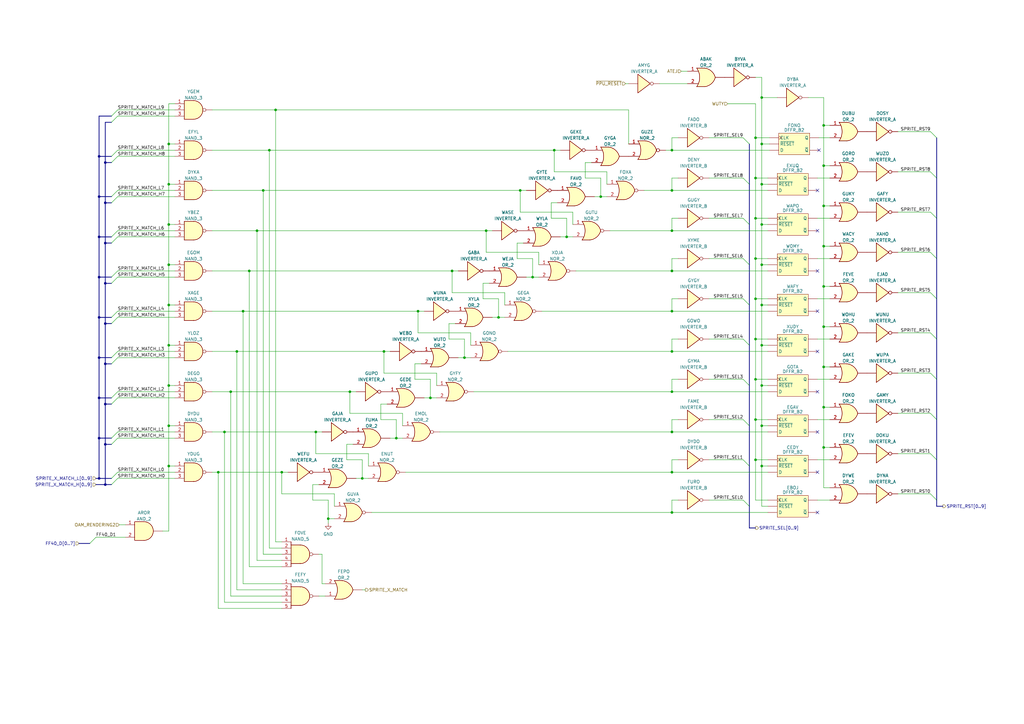
<source format=kicad_sch>
(kicad_sch (version 20211123) (generator eeschema)
  (paper "A3")
  (title_block (title "DMG CPU B") (date "2022-05-19") (rev "0") (company "CC-BY-SA-4.0 Régis Galland & Michael Singer -- Derived work from Furrtek") (comment 1 "https://github.com/msinger/dmg-schematics"))
  (junction (at 337.82 100.965))
  (junction (at 275.59 127.635))
  (junction (at 43.18 66.675))
  (junction (at 40.64 130.175))
  (junction (at 337.82 183.515))
  (junction (at 309.88 155.575))
  (junction (at 171.45 127.635))
  (junction (at 69.215 141.605))
  (junction (at 309.88 122.555))
  (junction (at 40.64 146.685))
  (junction (at 309.88 172.085))
  (junction (at 162.56 179.705))
  (junction (at 312.42 92.075))
  (junction (at 227.33 61.595))
  (junction (at 43.18 198.755))
  (junction (at 89.535 193.675))
  (junction (at 309.88 188.595))
  (junction (at 232.41 97.155))
  (junction (at 97.155 144.145))
  (junction (at 337.82 84.455))
  (junction (at 218.44 113.665))
  (junction (at 143.51 160.655))
  (junction (at 107.95 78.105))
  (junction (at 275.59 61.595))
  (junction (at 69.215 191.135))
  (junction (at 40.64 113.665))
  (junction (at 309.88 89.535))
  (junction (at 40.64 80.645))
  (junction (at 43.18 116.205))
  (junction (at 69.215 108.585))
  (junction (at 337.82 117.475))
  (junction (at 43.18 83.185))
  (junction (at 275.59 78.105))
  (junction (at 309.88 106.045))
  (junction (at 40.64 163.195))
  (junction (at 176.53 163.195))
  (junction (at 134.62 212.725))
  (junction (at 309.88 56.515))
  (junction (at 148.59 196.215))
  (junction (at 312.42 125.095))
  (junction (at 275.59 210.185))
  (junction (at 309.88 139.065))
  (junction (at 94.615 160.655))
  (junction (at 337.82 167.005))
  (junction (at 69.215 174.625))
  (junction (at 199.39 94.615))
  (junction (at 337.82 51.435))
  (junction (at 246.38 80.645))
  (junction (at 337.82 133.985))
  (junction (at 275.59 144.145))
  (junction (at 312.42 174.625))
  (junction (at 275.59 111.125))
  (junction (at 102.235 111.125))
  (junction (at 69.215 59.055))
  (junction (at 92.075 177.165))
  (junction (at 129.54 177.165))
  (junction (at 312.42 108.585))
  (junction (at 40.64 64.135))
  (junction (at 204.47 130.175))
  (junction (at 275.59 193.675))
  (junction (at 275.59 177.165))
  (junction (at 312.42 158.115))
  (junction (at 43.18 165.735))
  (junction (at 99.695 127.635))
  (junction (at 337.82 67.945))
  (junction (at 190.5 146.685))
  (junction (at 157.48 144.145))
  (junction (at 309.88 73.025))
  (junction (at 312.42 141.605))
  (junction (at 312.42 75.565))
  (junction (at 213.36 78.105))
  (junction (at 69.215 158.115))
  (junction (at 337.82 150.495))
  (junction (at 312.42 40.005))
  (junction (at 40.64 179.705))
  (junction (at 43.18 149.225))
  (junction (at 105.41 94.615))
  (junction (at 43.18 182.245))
  (junction (at 40.64 97.155))
  (junction (at 115.57 193.675))
  (junction (at 69.215 92.075))
  (junction (at 113.03 45.085))
  (junction (at 69.215 125.095))
  (junction (at 185.42 111.125))
  (junction (at 40.64 196.215))
  (junction (at 275.59 94.615))
  (junction (at 312.42 59.055))
  (junction (at 43.18 132.715))
  (junction (at 312.42 191.135))
  (junction (at 43.18 99.695))
  (junction (at 69.215 75.565))
  (junction (at 110.49 61.595))
  (junction (at 275.59 160.655))
  (no_connect (at 335.915 61.595))
  (no_connect (at 335.28 177.165))
  (no_connect (at 335.28 160.655))
  (no_connect (at 335.28 127.635))
  (no_connect (at 335.28 193.675))
  (no_connect (at 335.28 144.145))
  (no_connect (at 335.28 94.615))
  (no_connect (at 335.28 210.185))
  (no_connect (at 335.28 111.125))
  (no_connect (at 335.28 78.105))
  (bus_entry (at 304.8 155.575) (size 2.54 2.54))
  (bus_entry (at 381.635 86.995) (size 2.54 2.54))
  (bus_entry (at 381.635 53.975) (size 2.54 2.54))
  (bus_entry (at 48.26 45.085) (size -2.54 2.54))
  (bus_entry (at 48.26 61.595) (size -2.54 2.54))
  (bus_entry (at 48.26 97.155) (size -2.54 2.54))
  (bus_entry (at 48.26 179.705) (size -2.54 2.54))
  (bus_entry (at 48.26 177.165) (size -2.54 2.54))
  (bus_entry (at 48.26 196.215) (size -2.54 2.54))
  (bus_entry (at 48.26 193.675) (size -2.54 2.54))
  (bus_entry (at 304.8 205.105) (size 2.54 2.54))
  (bus_entry (at 304.8 188.595) (size 2.54 2.54))
  (bus_entry (at 304.8 56.515) (size 2.54 2.54))
  (bus_entry (at 48.26 160.655) (size -2.54 2.54))
  (bus_entry (at 48.26 64.135) (size -2.54 2.54))
  (bus_entry (at 381.635 186.055) (size 2.54 2.54))
  (bus_entry (at 304.8 73.025) (size 2.54 2.54))
  (bus_entry (at 48.26 146.685) (size -2.54 2.54))
  (bus_entry (at 48.26 113.665) (size -2.54 2.54))
  (bus_entry (at 39.37 220.345) (size -2.54 2.54))
  (bus_entry (at 48.26 94.615) (size -2.54 2.54))
  (bus_entry (at 304.8 139.065) (size 2.54 2.54))
  (bus_entry (at 48.26 127.635) (size -2.54 2.54))
  (bus_entry (at 48.26 47.625) (size -2.54 2.54))
  (bus_entry (at 48.26 163.195) (size -2.54 2.54))
  (bus_entry (at 381.635 103.505) (size 2.54 2.54))
  (bus_entry (at 381.635 202.565) (size 2.54 2.54))
  (bus_entry (at 381.635 153.035) (size 2.54 2.54))
  (bus_entry (at 48.26 130.175) (size -2.54 2.54))
  (bus_entry (at 381.635 120.015) (size 2.54 2.54))
  (bus_entry (at 48.26 144.145) (size -2.54 2.54))
  (bus_entry (at 304.8 89.535) (size 2.54 2.54))
  (bus_entry (at 48.26 78.105) (size -2.54 2.54))
  (bus_entry (at 381.635 70.485) (size 2.54 2.54))
  (bus_entry (at 381.635 169.545) (size 2.54 2.54))
  (bus_entry (at 48.26 111.125) (size -2.54 2.54))
  (bus_entry (at 381.635 136.525) (size 2.54 2.54))
  (bus_entry (at 304.8 122.555) (size 2.54 2.54))
  (bus_entry (at 304.8 106.045) (size 2.54 2.54))
  (bus_entry (at 304.8 172.085) (size 2.54 2.54))
  (bus_entry (at 48.26 80.645) (size -2.54 2.54))
  (bus (pts (xy 40.64 113.665) (xy 40.64 97.155)))
  (wire (pts (xy 186.69 132.715) (xy 184.15 132.715)))
  (wire (pts (xy 290.83 172.085) (xy 304.8 172.085)))
  (wire (pts (xy 212.09 99.695) (xy 212.09 106.045)))
  (wire (pts (xy 232.41 97.155) (xy 234.95 97.155)))
  (wire (pts (xy 236.22 111.125) (xy 275.59 111.125)))
  (wire (pts (xy 86.995 193.675) (xy 89.535 193.675)))
  (wire (pts (xy 381.635 202.565) (xy 368.3 202.565)))
  (wire (pts (xy 187.96 146.685) (xy 190.5 146.685)))
  (wire (pts (xy 128.27 205.105) (xy 134.62 205.105)))
  (wire (pts (xy 312.42 40.005) (xy 318.77 40.005)))
  (wire (pts (xy 309.88 56.515) (xy 309.88 73.025)))
  (wire (pts (xy 246.38 73.025) (xy 246.38 80.645)))
  (wire (pts (xy 152.4 210.185) (xy 275.59 210.185)))
  (wire (pts (xy 157.48 144.145) (xy 157.48 153.035)))
  (wire (pts (xy 86.995 45.085) (xy 113.03 45.085)))
  (wire (pts (xy 309.88 172.085) (xy 309.88 155.575)))
  (wire (pts (xy 190.5 139.065) (xy 190.5 146.685)))
  (wire (pts (xy 240.03 73.025) (xy 246.38 73.025)))
  (wire (pts (xy 275.59 73.025) (xy 278.13 73.025)))
  (bus (pts (xy 39.37 196.215) (xy 40.64 196.215)))
  (wire (pts (xy 198.12 116.205) (xy 198.12 122.555)))
  (wire (pts (xy 118.11 193.675) (xy 115.57 193.675)))
  (wire (pts (xy 309.88 155.575) (xy 309.88 139.065)))
  (wire (pts (xy 199.39 94.615) (xy 199.39 103.505)))
  (bus (pts (xy 45.72 66.675) (xy 43.18 66.675)))
  (bus (pts (xy 384.175 56.515) (xy 384.175 73.025)))
  (wire (pts (xy 146.05 196.215) (xy 148.59 196.215)))
  (bus (pts (xy 40.64 97.155) (xy 40.64 80.645)))
  (wire (pts (xy 381.635 169.545) (xy 368.3 169.545)))
  (wire (pts (xy 48.26 193.675) (xy 71.755 193.675)))
  (wire (pts (xy 335.28 122.555) (xy 340.36 122.555)))
  (wire (pts (xy 146.05 160.655) (xy 143.51 160.655)))
  (wire (pts (xy 86.995 78.105) (xy 107.95 78.105)))
  (wire (pts (xy 173.99 127.635) (xy 171.45 127.635)))
  (wire (pts (xy 309.88 31.75) (xy 312.42 31.75)))
  (wire (pts (xy 115.57 232.41) (xy 102.235 232.41)))
  (wire (pts (xy 312.42 108.585) (xy 312.42 92.075)))
  (wire (pts (xy 314.96 158.115) (xy 312.42 158.115)))
  (wire (pts (xy 115.57 227.33) (xy 107.95 227.33)))
  (wire (pts (xy 314.96 108.585) (xy 312.42 108.585)))
  (wire (pts (xy 115.57 239.395) (xy 99.695 239.395)))
  (wire (pts (xy 69.215 217.805) (xy 66.675 217.805)))
  (wire (pts (xy 69.215 141.605) (xy 69.215 125.095)))
  (wire (pts (xy 86.995 127.635) (xy 99.695 127.635)))
  (wire (pts (xy 48.26 94.615) (xy 71.755 94.615)))
  (wire (pts (xy 48.26 97.155) (xy 71.755 97.155)))
  (bus (pts (xy 45.72 149.225) (xy 43.18 149.225)))
  (wire (pts (xy 134.62 212.725) (xy 137.16 212.725)))
  (wire (pts (xy 48.26 80.645) (xy 71.755 80.645)))
  (bus (pts (xy 45.72 99.695) (xy 43.18 99.695)))
  (wire (pts (xy 290.83 155.575) (xy 304.8 155.575)))
  (wire (pts (xy 275.59 177.165) (xy 314.96 177.165)))
  (bus (pts (xy 43.18 165.735) (xy 43.18 182.245)))
  (wire (pts (xy 89.535 193.675) (xy 115.57 193.675)))
  (wire (pts (xy 48.26 130.175) (xy 71.755 130.175)))
  (wire (pts (xy 132.08 227.33) (xy 132.08 239.395)))
  (wire (pts (xy 170.18 149.225) (xy 170.18 155.575)))
  (wire (pts (xy 86.995 144.145) (xy 97.155 144.145)))
  (wire (pts (xy 337.82 84.455) (xy 340.36 84.455)))
  (bus (pts (xy 40.64 47.625) (xy 45.72 47.625)))
  (wire (pts (xy 264.16 78.105) (xy 275.59 78.105)))
  (bus (pts (xy 384.175 172.085) (xy 384.175 188.595)))
  (wire (pts (xy 312.42 31.75) (xy 312.42 40.005)))
  (wire (pts (xy 312.42 75.565) (xy 312.42 59.055)))
  (wire (pts (xy 312.42 174.625) (xy 312.42 158.115)))
  (wire (pts (xy 275.59 144.145) (xy 314.96 144.145)))
  (wire (pts (xy 275.59 177.165) (xy 275.59 172.085)))
  (wire (pts (xy 314.96 191.135) (xy 312.42 191.135)))
  (wire (pts (xy 314.96 106.045) (xy 309.88 106.045)))
  (wire (pts (xy 240.03 66.675) (xy 240.03 73.025)))
  (wire (pts (xy 48.26 144.145) (xy 71.755 144.145)))
  (wire (pts (xy 180.34 177.165) (xy 275.59 177.165)))
  (wire (pts (xy 234.95 86.995) (xy 213.36 86.995)))
  (wire (pts (xy 314.96 92.075) (xy 312.42 92.075)))
  (wire (pts (xy 381.635 120.015) (xy 368.3 120.015)))
  (wire (pts (xy 162.56 179.705) (xy 165.1 179.705)))
  (wire (pts (xy 86.995 61.595) (xy 110.49 61.595)))
  (bus (pts (xy 307.34 108.585) (xy 307.34 92.075)))
  (wire (pts (xy 337.82 117.475) (xy 340.36 117.475)))
  (wire (pts (xy 220.98 103.505) (xy 220.98 108.585)))
  (wire (pts (xy 115.57 222.25) (xy 113.03 222.25)))
  (wire (pts (xy 48.26 45.085) (xy 71.755 45.085)))
  (wire (pts (xy 275.59 111.125) (xy 314.96 111.125)))
  (wire (pts (xy 48.26 196.215) (xy 71.755 196.215)))
  (wire (pts (xy 71.755 191.135) (xy 69.215 191.135)))
  (wire (pts (xy 337.82 40.005) (xy 337.82 51.435)))
  (wire (pts (xy 86.995 94.615) (xy 105.41 94.615)))
  (wire (pts (xy 115.57 193.675) (xy 115.57 202.565)))
  (wire (pts (xy 337.82 51.435) (xy 340.36 51.435)))
  (wire (pts (xy 275.59 160.655) (xy 314.96 160.655)))
  (wire (pts (xy 381.635 86.995) (xy 368.3 86.995)))
  (wire (pts (xy 48.895 215.265) (xy 51.435 215.265)))
  (wire (pts (xy 275.59 106.045) (xy 278.13 106.045)))
  (wire (pts (xy 162.56 172.085) (xy 162.56 179.705)))
  (bus (pts (xy 45.72 50.165) (xy 43.18 50.165)))
  (wire (pts (xy 381.635 153.035) (xy 368.3 153.035)))
  (wire (pts (xy 337.82 133.985) (xy 340.36 133.985)))
  (wire (pts (xy 381.635 186.055) (xy 368.3 186.055)))
  (bus (pts (xy 307.34 174.625) (xy 307.34 158.115)))
  (wire (pts (xy 184.15 139.065) (xy 190.5 139.065)))
  (wire (pts (xy 48.26 127.635) (xy 71.755 127.635)))
  (wire (pts (xy 86.995 160.655) (xy 94.615 160.655)))
  (wire (pts (xy 207.01 120.015) (xy 207.01 125.095)))
  (wire (pts (xy 137.16 202.565) (xy 115.57 202.565)))
  (wire (pts (xy 381.635 70.485) (xy 368.3 70.485)))
  (wire (pts (xy 337.82 183.515) (xy 340.36 183.515)))
  (bus (pts (xy 307.34 207.645) (xy 307.34 191.135)))
  (wire (pts (xy 92.075 177.165) (xy 129.54 177.165)))
  (wire (pts (xy 143.51 160.655) (xy 143.51 169.545)))
  (wire (pts (xy 275.59 122.555) (xy 278.13 122.555)))
  (bus (pts (xy 43.18 198.755) (xy 45.72 198.755)))
  (wire (pts (xy 71.755 92.075) (xy 69.215 92.075)))
  (wire (pts (xy 132.08 239.395) (xy 133.35 239.395)))
  (wire (pts (xy 337.82 100.965) (xy 340.36 100.965)))
  (wire (pts (xy 337.82 67.945) (xy 340.36 67.945)))
  (wire (pts (xy 314.96 141.605) (xy 312.42 141.605)))
  (wire (pts (xy 92.075 177.165) (xy 92.075 247.015)))
  (wire (pts (xy 134.62 205.105) (xy 134.62 212.725)))
  (bus (pts (xy 45.72 165.735) (xy 43.18 165.735)))
  (wire (pts (xy 290.83 89.535) (xy 304.8 89.535)))
  (wire (pts (xy 314.96 155.575) (xy 309.88 155.575)))
  (wire (pts (xy 290.83 139.065) (xy 304.8 139.065)))
  (bus (pts (xy 40.64 130.175) (xy 40.64 113.665)))
  (wire (pts (xy 115.57 244.475) (xy 94.615 244.475)))
  (wire (pts (xy 337.82 200.025) (xy 340.36 200.025)))
  (wire (pts (xy 115.57 224.79) (xy 110.49 224.79)))
  (bus (pts (xy 307.34 207.645) (xy 307.34 216.535)))
  (wire (pts (xy 208.28 144.145) (xy 275.59 144.145)))
  (wire (pts (xy 275.59 61.595) (xy 275.59 56.515)))
  (wire (pts (xy 257.81 59.055) (xy 257.81 45.085)))
  (bus (pts (xy 40.64 113.665) (xy 45.72 113.665)))
  (wire (pts (xy 86.995 111.125) (xy 102.235 111.125)))
  (wire (pts (xy 312.42 207.645) (xy 312.42 191.135)))
  (wire (pts (xy 218.44 113.665) (xy 220.98 113.665)))
  (wire (pts (xy 176.53 163.195) (xy 179.07 163.195)))
  (wire (pts (xy 137.16 202.565) (xy 137.16 207.645)))
  (bus (pts (xy 40.64 146.685) (xy 45.72 146.685)))
  (bus (pts (xy 43.18 66.675) (xy 43.18 50.165)))
  (wire (pts (xy 275.59 139.065) (xy 278.13 139.065)))
  (wire (pts (xy 204.47 122.555) (xy 204.47 130.175)))
  (wire (pts (xy 115.57 241.935) (xy 97.155 241.935)))
  (wire (pts (xy 228.6 83.185) (xy 226.06 83.185)))
  (wire (pts (xy 275.59 111.125) (xy 275.59 106.045)))
  (wire (pts (xy 335.28 155.575) (xy 340.36 155.575)))
  (wire (pts (xy 134.62 214.63) (xy 134.62 212.725)))
  (wire (pts (xy 99.695 127.635) (xy 99.695 239.395)))
  (bus (pts (xy 307.34 141.605) (xy 307.34 125.095)))
  (wire (pts (xy 89.535 249.555) (xy 115.57 249.555)))
  (wire (pts (xy 190.5 146.685) (xy 193.04 146.685)))
  (wire (pts (xy 69.215 59.055) (xy 69.215 75.565)))
  (bus (pts (xy 45.72 182.245) (xy 43.18 182.245)))
  (wire (pts (xy 48.26 146.685) (xy 71.755 146.685)))
  (wire (pts (xy 69.215 174.625) (xy 69.215 158.115)))
  (wire (pts (xy 212.09 106.045) (xy 218.44 106.045)))
  (wire (pts (xy 309.88 139.065) (xy 309.88 122.555)))
  (wire (pts (xy 48.26 78.105) (xy 71.755 78.105)))
  (wire (pts (xy 226.06 83.185) (xy 226.06 89.535)))
  (bus (pts (xy 384.175 139.065) (xy 384.175 155.575)))
  (bus (pts (xy 43.18 182.245) (xy 43.18 198.755)))
  (wire (pts (xy 312.42 59.055) (xy 315.595 59.055)))
  (wire (pts (xy 290.83 106.045) (xy 304.8 106.045)))
  (wire (pts (xy 160.02 144.145) (xy 157.48 144.145)))
  (wire (pts (xy 312.42 75.565) (xy 312.42 92.075)))
  (wire (pts (xy 275.59 172.085) (xy 278.13 172.085)))
  (wire (pts (xy 335.28 89.535) (xy 340.36 89.535)))
  (wire (pts (xy 71.755 59.055) (xy 69.215 59.055)))
  (wire (pts (xy 227.33 61.595) (xy 229.87 61.595)))
  (wire (pts (xy 335.28 106.045) (xy 340.36 106.045)))
  (wire (pts (xy 381.635 136.525) (xy 368.3 136.525)))
  (wire (pts (xy 94.615 160.655) (xy 143.51 160.655)))
  (wire (pts (xy 213.36 78.105) (xy 213.36 86.995)))
  (wire (pts (xy 48.26 61.595) (xy 71.755 61.595)))
  (wire (pts (xy 148.59 196.215) (xy 151.13 196.215)))
  (wire (pts (xy 48.26 160.655) (xy 71.755 160.655)))
  (bus (pts (xy 40.64 97.155) (xy 45.72 97.155)))
  (wire (pts (xy 275.59 94.615) (xy 314.96 94.615)))
  (wire (pts (xy 227.33 70.485) (xy 227.33 61.595)))
  (wire (pts (xy 89.535 193.675) (xy 89.535 249.555)))
  (bus (pts (xy 384.175 207.645) (xy 386.715 207.645)))
  (wire (pts (xy 275.59 78.105) (xy 275.59 73.025)))
  (bus (pts (xy 307.34 125.095) (xy 307.34 108.585)))
  (wire (pts (xy 234.95 86.995) (xy 234.95 92.075)))
  (wire (pts (xy 105.41 94.615) (xy 199.39 94.615)))
  (wire (pts (xy 275.59 193.675) (xy 275.59 188.595)))
  (wire (pts (xy 335.915 56.515) (xy 340.36 56.515)))
  (wire (pts (xy 215.9 113.665) (xy 218.44 113.665)))
  (wire (pts (xy 99.695 127.635) (xy 171.45 127.635)))
  (wire (pts (xy 144.78 182.245) (xy 142.24 182.245)))
  (bus (pts (xy 40.64 163.195) (xy 40.64 146.685)))
  (wire (pts (xy 156.21 172.085) (xy 162.56 172.085)))
  (wire (pts (xy 113.03 45.085) (xy 257.81 45.085)))
  (wire (pts (xy 222.25 127.635) (xy 275.59 127.635)))
  (wire (pts (xy 156.21 165.735) (xy 156.21 172.085)))
  (wire (pts (xy 173.99 163.195) (xy 176.53 163.195)))
  (wire (pts (xy 110.49 61.595) (xy 227.33 61.595)))
  (bus (pts (xy 40.64 80.645) (xy 40.64 64.135)))
  (wire (pts (xy 204.47 130.175) (xy 207.01 130.175)))
  (wire (pts (xy 229.87 97.155) (xy 232.41 97.155)))
  (wire (pts (xy 246.38 80.645) (xy 248.92 80.645)))
  (wire (pts (xy 314.96 172.085) (xy 309.88 172.085)))
  (wire (pts (xy 226.06 89.535) (xy 232.41 89.535)))
  (wire (pts (xy 275.59 144.145) (xy 275.59 139.065)))
  (wire (pts (xy 275.59 188.595) (xy 278.13 188.595)))
  (wire (pts (xy 243.84 80.645) (xy 246.38 80.645)))
  (wire (pts (xy 250.19 94.615) (xy 275.59 94.615)))
  (wire (pts (xy 309.88 89.535) (xy 314.96 89.535)))
  (wire (pts (xy 315.595 61.595) (xy 275.59 61.595)))
  (wire (pts (xy 335.28 172.085) (xy 340.36 172.085)))
  (wire (pts (xy 309.88 205.105) (xy 309.88 188.595)))
  (wire (pts (xy 69.215 42.545) (xy 71.755 42.545)))
  (wire (pts (xy 248.92 70.485) (xy 227.33 70.485)))
  (wire (pts (xy 256.54 34.29) (xy 257.81 34.29)))
  (wire (pts (xy 207.01 120.015) (xy 185.42 120.015)))
  (wire (pts (xy 314.96 174.625) (xy 312.42 174.625)))
  (wire (pts (xy 248.92 70.485) (xy 248.92 75.565)))
  (wire (pts (xy 71.755 125.095) (xy 69.215 125.095)))
  (wire (pts (xy 337.82 150.495) (xy 340.36 150.495)))
  (wire (pts (xy 337.82 183.515) (xy 337.82 200.025)))
  (wire (pts (xy 171.45 127.635) (xy 171.45 136.525)))
  (wire (pts (xy 337.82 67.945) (xy 337.82 84.455)))
  (wire (pts (xy 187.96 111.125) (xy 185.42 111.125)))
  (bus (pts (xy 384.175 89.535) (xy 384.175 106.045)))
  (wire (pts (xy 275.59 61.595) (xy 273.05 61.595)))
  (bus (pts (xy 384.175 106.045) (xy 384.175 122.555)))
  (wire (pts (xy 290.83 122.555) (xy 304.8 122.555)))
  (wire (pts (xy 69.215 42.545) (xy 69.215 59.055)))
  (wire (pts (xy 193.04 136.525) (xy 171.45 136.525)))
  (bus (pts (xy 40.64 146.685) (xy 40.64 130.175)))
  (bus (pts (xy 45.72 116.205) (xy 43.18 116.205)))
  (wire (pts (xy 176.53 155.575) (xy 176.53 163.195)))
  (bus (pts (xy 45.72 83.185) (xy 43.18 83.185)))
  (wire (pts (xy 107.95 227.33) (xy 107.95 78.105)))
  (wire (pts (xy 337.82 100.965) (xy 337.82 117.475)))
  (bus (pts (xy 39.37 198.755) (xy 43.18 198.755)))
  (wire (pts (xy 48.26 47.625) (xy 71.755 47.625)))
  (wire (pts (xy 130.81 227.33) (xy 132.08 227.33)))
  (wire (pts (xy 315.595 56.515) (xy 309.88 56.515)))
  (wire (pts (xy 275.59 78.105) (xy 314.96 78.105)))
  (bus (pts (xy 32.385 222.885) (xy 36.83 222.885)))
  (bus (pts (xy 384.175 205.105) (xy 384.175 207.645)))
  (wire (pts (xy 314.96 125.095) (xy 312.42 125.095)))
  (bus (pts (xy 43.18 66.675) (xy 43.18 83.185)))
  (wire (pts (xy 130.81 198.755) (xy 128.27 198.755)))
  (wire (pts (xy 48.26 113.665) (xy 71.755 113.665)))
  (wire (pts (xy 105.41 229.87) (xy 105.41 94.615)))
  (bus (pts (xy 40.64 130.175) (xy 45.72 130.175)))
  (wire (pts (xy 129.54 177.165) (xy 129.54 186.055)))
  (bus (pts (xy 45.72 196.215) (xy 40.64 196.215)))
  (wire (pts (xy 198.12 122.555) (xy 204.47 122.555)))
  (bus (pts (xy 40.64 163.195) (xy 45.72 163.195)))
  (wire (pts (xy 275.59 127.635) (xy 275.59 122.555)))
  (wire (pts (xy 69.215 92.075) (xy 69.215 108.585)))
  (wire (pts (xy 275.59 205.105) (xy 278.13 205.105)))
  (wire (pts (xy 86.995 177.165) (xy 92.075 177.165)))
  (wire (pts (xy 185.42 111.125) (xy 185.42 120.015)))
  (wire (pts (xy 148.59 241.935) (xy 149.86 241.935)))
  (wire (pts (xy 69.215 141.605) (xy 71.755 141.605)))
  (wire (pts (xy 242.57 66.675) (xy 240.03 66.675)))
  (wire (pts (xy 312.42 141.605) (xy 312.42 125.095)))
  (wire (pts (xy 69.215 191.135) (xy 69.215 174.625)))
  (wire (pts (xy 335.28 73.025) (xy 340.36 73.025)))
  (wire (pts (xy 172.72 149.225) (xy 170.18 149.225)))
  (bus (pts (xy 40.64 64.135) (xy 45.72 64.135)))
  (bus (pts (xy 45.72 132.715) (xy 43.18 132.715)))
  (bus (pts (xy 384.175 73.025) (xy 384.175 89.535)))
  (wire (pts (xy 314.96 75.565) (xy 312.42 75.565)))
  (wire (pts (xy 275.59 127.635) (xy 314.96 127.635)))
  (wire (pts (xy 335.28 188.595) (xy 340.36 188.595)))
  (wire (pts (xy 290.83 188.595) (xy 304.8 188.595)))
  (wire (pts (xy 97.155 241.935) (xy 97.155 144.145)))
  (wire (pts (xy 314.96 122.555) (xy 309.88 122.555)))
  (wire (pts (xy 39.37 220.345) (xy 51.435 220.345)))
  (wire (pts (xy 151.13 186.055) (xy 151.13 191.135)))
  (wire (pts (xy 184.15 132.715) (xy 184.15 139.065)))
  (wire (pts (xy 279.4 29.21) (xy 281.94 29.21)))
  (wire (pts (xy 275.59 160.655) (xy 275.59 155.575)))
  (bus (pts (xy 384.175 188.595) (xy 384.175 205.105)))
  (wire (pts (xy 170.18 155.575) (xy 176.53 155.575)))
  (wire (pts (xy 337.82 84.455) (xy 337.82 100.965)))
  (wire (pts (xy 48.26 64.135) (xy 71.755 64.135)))
  (wire (pts (xy 102.235 111.125) (xy 102.235 232.41)))
  (bus (pts (xy 43.18 83.185) (xy 43.18 99.695)))
  (wire (pts (xy 275.59 210.185) (xy 314.96 210.185)))
  (wire (pts (xy 381.635 103.505) (xy 368.3 103.505)))
  (wire (pts (xy 69.215 108.585) (xy 69.215 125.095)))
  (wire (pts (xy 298.45 42.545) (xy 309.88 42.545)))
  (bus (pts (xy 43.18 149.225) (xy 43.18 165.735)))
  (wire (pts (xy 110.49 61.595) (xy 110.49 224.79)))
  (wire (pts (xy 115.57 229.87) (xy 105.41 229.87)))
  (wire (pts (xy 220.98 103.505) (xy 199.39 103.505)))
  (wire (pts (xy 48.26 177.165) (xy 71.755 177.165)))
  (wire (pts (xy 165.1 169.545) (xy 165.1 174.625)))
  (wire (pts (xy 115.57 247.015) (xy 92.075 247.015)))
  (wire (pts (xy 215.9 78.105) (xy 213.36 78.105)))
  (wire (pts (xy 381.635 53.975) (xy 368.3 53.975)))
  (wire (pts (xy 337.82 167.005) (xy 337.82 183.515)))
  (bus (pts (xy 309.88 216.535) (xy 307.34 216.535)))
  (bus (pts (xy 307.34 191.135) (xy 307.34 174.625)))
  (bus (pts (xy 40.64 179.705) (xy 45.72 179.705)))
  (wire (pts (xy 48.26 179.705) (xy 71.755 179.705)))
  (wire (pts (xy 337.82 133.985) (xy 337.82 150.495)))
  (wire (pts (xy 69.215 158.115) (xy 71.755 158.115)))
  (wire (pts (xy 214.63 99.695) (xy 212.09 99.695)))
  (bus (pts (xy 384.175 122.555) (xy 384.175 139.065)))
  (bus (pts (xy 40.64 163.195) (xy 40.64 179.705)))
  (wire (pts (xy 337.82 167.005) (xy 340.36 167.005)))
  (wire (pts (xy 128.27 198.755) (xy 128.27 205.105)))
  (wire (pts (xy 48.26 111.125) (xy 71.755 111.125)))
  (bus (pts (xy 40.64 80.645) (xy 45.72 80.645)))
  (wire (pts (xy 71.755 75.565) (xy 69.215 75.565)))
  (wire (pts (xy 309.88 205.105) (xy 314.96 205.105)))
  (wire (pts (xy 107.95 78.105) (xy 213.36 78.105)))
  (wire (pts (xy 130.81 244.475) (xy 133.35 244.475)))
  (wire (pts (xy 290.83 205.105) (xy 304.8 205.105)))
  (wire (pts (xy 281.94 34.29) (xy 270.51 34.29)))
  (bus (pts (xy 40.64 64.135) (xy 40.64 47.625)))
  (wire (pts (xy 337.82 117.475) (xy 337.82 133.985)))
  (wire (pts (xy 179.07 153.035) (xy 157.48 153.035)))
  (wire (pts (xy 148.59 188.595) (xy 148.59 196.215)))
  (wire (pts (xy 71.755 108.585) (xy 69.215 108.585)))
  (bus (pts (xy 384.175 155.575) (xy 384.175 172.085)))
  (bus (pts (xy 40.64 196.215) (xy 40.64 179.705)))
  (wire (pts (xy 113.03 45.085) (xy 113.03 222.25)))
  (wire (pts (xy 309.88 122.555) (xy 309.88 106.045)))
  (wire (pts (xy 309.88 73.025) (xy 314.96 73.025)))
  (wire (pts (xy 71.755 174.625) (xy 69.215 174.625)))
  (wire (pts (xy 275.59 56.515) (xy 278.13 56.515)))
  (wire (pts (xy 142.24 182.245) (xy 142.24 188.595)))
  (wire (pts (xy 314.96 188.595) (xy 309.88 188.595)))
  (wire (pts (xy 158.75 165.735) (xy 156.21 165.735)))
  (wire (pts (xy 331.47 40.005) (xy 337.82 40.005)))
  (wire (pts (xy 166.37 193.675) (xy 275.59 193.675)))
  (wire (pts (xy 165.1 169.545) (xy 143.51 169.545)))
  (wire (pts (xy 194.31 160.655) (xy 275.59 160.655)))
  (wire (pts (xy 275.59 210.185) (xy 275.59 205.105)))
  (wire (pts (xy 312.42 158.115) (xy 312.42 141.605)))
  (bus (pts (xy 43.18 99.695) (xy 43.18 116.205)))
  (wire (pts (xy 312.42 191.135) (xy 312.42 174.625)))
  (wire (pts (xy 69.215 158.115) (xy 69.215 141.605)))
  (wire (pts (xy 102.235 111.125) (xy 185.42 111.125)))
  (wire (pts (xy 312.42 40.005) (xy 312.42 59.055)))
  (bus (pts (xy 43.18 132.715) (xy 43.18 149.225)))
  (wire (pts (xy 218.44 106.045) (xy 218.44 113.665)))
  (wire (pts (xy 69.215 191.135) (xy 69.215 217.805)))
  (wire (pts (xy 151.13 186.055) (xy 129.54 186.055)))
  (wire (pts (xy 337.82 51.435) (xy 337.82 67.945)))
  (wire (pts (xy 309.88 188.595) (xy 309.88 172.085)))
  (wire (pts (xy 275.59 155.575) (xy 278.13 155.575)))
  (wire (pts (xy 309.88 106.045) (xy 309.88 89.535)))
  (bus (pts (xy 307.34 92.075) (xy 307.34 75.565)))
  (wire (pts (xy 160.02 179.705) (xy 162.56 179.705)))
  (bus (pts (xy 43.18 116.205) (xy 43.18 132.715)))
  (wire (pts (xy 69.215 75.565) (xy 69.215 92.075)))
  (wire (pts (xy 201.93 94.615) (xy 199.39 94.615)))
  (wire (pts (xy 314.96 139.065) (xy 309.88 139.065)))
  (wire (pts (xy 275.59 89.535) (xy 278.13 89.535)))
  (wire (pts (xy 132.08 177.165) (xy 129.54 177.165)))
  (wire (pts (xy 142.24 188.595) (xy 148.59 188.595)))
  (bus (pts (xy 307.34 158.115) (xy 307.34 141.605)))
  (wire (pts (xy 309.88 89.535) (xy 309.88 73.025)))
  (wire (pts (xy 275.59 94.615) (xy 275.59 89.535)))
  (wire (pts (xy 275.59 193.675) (xy 314.96 193.675)))
  (wire (pts (xy 312.42 207.645) (xy 314.96 207.645)))
  (wire (pts (xy 193.04 136.525) (xy 193.04 141.605)))
  (wire (pts (xy 335.28 139.065) (xy 340.36 139.065)))
  (wire (pts (xy 201.93 130.175) (xy 204.47 130.175)))
  (wire (pts (xy 48.26 163.195) (xy 71.755 163.195)))
  (wire (pts (xy 232.41 89.535) (xy 232.41 97.155)))
  (wire (pts (xy 200.66 116.205) (xy 198.12 116.205)))
  (wire (pts (xy 290.83 73.025) (xy 304.8 73.025)))
  (wire (pts (xy 290.83 56.515) (xy 304.8 56.515)))
  (wire (pts (xy 312.42 125.095) (xy 312.42 108.585)))
  (wire (pts (xy 337.82 150.495) (xy 337.82 167.005)))
  (wire (pts (xy 335.28 205.105) (xy 340.36 205.105)))
  (wire (pts (xy 94.615 160.655) (xy 94.615 244.475)))
  (wire (pts (xy 97.155 144.145) (xy 157.48 144.145)))
  (bus (pts (xy 307.34 75.565) (xy 307.34 59.055)))
  (wire (pts (xy 309.88 56.515) (xy 309.88 42.545)))
  (wire (pts (xy 179.07 153.035) (xy 179.07 158.115)))
  (label "FF40_D1" (at 39.37 220.345 0))
  (label "SPRITE_X_MATCH_L3" (at 48.26 144.145 0))
  (label "SPRITE_X_MATCH_H4" (at 48.26 130.175 0))
  (label "SPRITE_SEL0" (at 304.8 205.105 180))
  (label "SPRITE_X_MATCH_L9" (at 48.26 45.085 0))
  (label "SPRITE_X_MATCH_H8" (at 48.26 64.135 0))
  (label "SPRITE_X_MATCH_L7" (at 48.26 78.105 0))
  (label "SPRITE_X_MATCH_L6" (at 48.26 94.615 0))
  (label "SPRITE_RST9" (at 381.635 53.975 180))
  (label "SPRITE_X_MATCH_H9" (at 48.26 47.625 0))
  (label "SPRITE_X_MATCH_H0" (at 48.26 196.215 0))
  (label "SPRITE_SEL7" (at 304.8 89.535 180))
  (label "SPRITE_X_MATCH_L0" (at 48.26 193.675 0))
  (label "SPRITE_RST3" (at 381.635 153.035 180))
  (label "SPRITE_X_MATCH_H3" (at 48.26 146.685 0))
  (label "SPRITE_RST2" (at 381.635 169.545 180))
  (label "SPRITE_X_MATCH_L1" (at 48.26 177.165 0))
  (label "SPRITE_SEL5" (at 304.8 122.555 180))
  (label "SPRITE_RST1" (at 381.635 186.055 180))
  (label "SPRITE_SEL2" (at 304.8 172.085 180))
  (label "SPRITE_X_MATCH_L2" (at 48.26 160.655 0))
  (label "SPRITE_X_MATCH_H7" (at 48.26 80.645 0))
  (label "SPRITE_RST4" (at 381.635 136.525 180))
  (label "SPRITE_X_MATCH_L8" (at 48.26 61.595 0))
  (label "SPRITE_SEL3" (at 304.8 155.575 180))
  (label "SPRITE_X_MATCH_H1" (at 48.26 179.705 0))
  (label "SPRITE_SEL9" (at 304.8 56.515 180))
  (label "SPRITE_RST5" (at 381.635 120.015 180))
  (label "SPRITE_X_MATCH_L5" (at 48.26 111.125 0))
  (label "SPRITE_RST0" (at 381.635 202.565 180))
  (label "SPRITE_RST6" (at 381.635 103.505 180))
  (label "SPRITE_SEL4" (at 304.8 139.065 180))
  (label "SPRITE_SEL8" (at 304.8 73.025 180))
  (label "SPRITE_RST7" (at 381.635 86.995 180))
  (label "SPRITE_RST8" (at 381.635 70.485 180))
  (label "SPRITE_X_MATCH_H5" (at 48.26 113.665 0))
  (label "SPRITE_SEL6" (at 304.8 106.045 180))
  (label "SPRITE_SEL1" (at 304.8 188.595 180))
  (label "SPRITE_X_MATCH_H2" (at 48.26 163.195 0))
  (label "SPRITE_X_MATCH_L4" (at 48.26 127.635 0))
  (label "SPRITE_X_MATCH_H6" (at 48.26 97.155 0))
  (hierarchical_label "SPRITE_SEL[0..9]" (shape output) (at 309.88 216.535 0))
  (hierarchical_label "SPRITE_RST[0..9]" (shape output) (at 386.715 207.645 0))
  (hierarchical_label "OAM_RENDERING2" (shape input) (at 48.895 215.265 180))
  (hierarchical_label "SPRITE_X_MATCH_H[0..9]" (shape input) (at 39.37 198.755 180))
  (hierarchical_label "SPRITE_X_MATCH" (shape output) (at 149.86 241.935 0))
  (hierarchical_label "FF40_D[0..7]" (shape input) (at 32.385 222.885 180))
  (hierarchical_label "ATEJ" (shape input) (at 279.4 29.21 180))
  (hierarchical_label "SPRITE_X_MATCH_L[0..9]" (shape input) (at 39.37 196.215 180))
  (hierarchical_label "WUTY" (shape input) (at 298.45 42.545 180))
  (hierarchical_label "~{PPU_RESET}" (shape input) (at 256.54 34.29 180))
  (symbol (lib_id "DMG_CPU_Cells:INVERTER_A") (at 194.31 111.125 0) (unit 1)
    (property "Reference" "GABA" (at 194.31 103.6152 0))
    (property "Value" "INVERTER_A" (at 194.31 106.1521 0))
    (property "Datasheet" "http://iceboy.a-singer.de/doc/dmg_cells.html#inv_a" (effects hide))
  )
  (symbol (lib_id "DMG_CPU_Cells:INVERTER_A") (at 325.12 40.005 0) (unit 1)
    (property "Reference" "DYBA" (at 325.12 32.4952 0))
    (property "Value" "INVERTER_A" (at 325.12 35.0321 0))
    (property "Datasheet" "http://iceboy.a-singer.de/doc/dmg_cells.html#inv_a" (effects hide))
  )
  (symbol (lib_id "DMG_CPU_Cells:INVERTER_A") (at 361.95 70.485 0) (unit 1)
    (property "Reference" "WUZO" (at 361.95 62.9752 0))
    (property "Value" "INVERTER_A" (at 361.95 65.5121 0))
    (property "Datasheet" "http://iceboy.a-singer.de/doc/dmg_cells.html#inv_a" (effects hide))
  )
  (symbol (lib_id "DMG_CPU_Cells:DFFR_B2") (at 325.12 75.565 0) (unit 1)
    (property "Reference" "EXUQ" (at 325.12 67.945 0))
    (property "Value" "DFFR_B2" (at 325.12 69.85 0))
    (property "Datasheet" "http://iceboy.a-singer.de/doc/dmg_cells.html#dffr_b2" (effects hide))
  )
  (symbol (lib_id "DMG_CPU_Cells:NAND_3") (at 79.375 144.145 0) (unit 1)
    (property "Reference" "YLOZ" (at 79.375 136.6352 0))
    (property "Value" "NAND_3" (at 79.375 139.1721 0))
    (property "Datasheet" "http://iceboy.a-singer.de/doc/dmg_cells.html#nand3" (effects hide))
  )
  (symbol (lib_id "DMG_CPU_Cells:DFFR_B2") (at 325.12 174.625 0) (unit 1)
    (property "Reference" "EGAV" (at 325.12 167.005 0))
    (property "Value" "DFFR_B2" (at 325.12 168.91 0))
    (property "Datasheet" "http://iceboy.a-singer.de/doc/dmg_cells.html#dffr_b2" (effects hide))
  )
  (symbol (lib_id "DMG_CPU_Cells:INVERTER_B") (at 284.48 205.105 0) (unit 1)
    (property "Reference" "FURO" (at 284.48 197.5952 0))
    (property "Value" "INVERTER_B" (at 284.48 200.1321 0))
    (property "Datasheet" "http://iceboy.a-singer.de/doc/dmg_cells.html#inv_b" (effects hide))
  )
  (symbol (lib_id "DMG_CPU_Cells:INVERTER_B") (at 284.48 89.535 0) (unit 1)
    (property "Reference" "GUGY" (at 284.48 82.0252 0))
    (property "Value" "INVERTER_B" (at 284.48 84.5621 0))
    (property "Datasheet" "http://iceboy.a-singer.de/doc/dmg_cells.html#inv_b" (effects hide))
  )
  (symbol (lib_id "DMG_CPU_Cells:OR_2") (at 347.98 86.995 0) (unit 1)
    (property "Reference" "GUKY" (at 347.9798 79.4852 0))
    (property "Value" "OR_2" (at 347.9798 82.0221 0))
    (property "Datasheet" "http://iceboy.a-singer.de/doc/dmg_cells.html#or2" (effects hide))
  )
  (symbol (lib_id "DMG_CPU_Cells:INVERTER_A") (at 138.43 177.165 0) (unit 1)
    (property "Reference" "GAJA" (at 138.43 169.6552 0))
    (property "Value" "INVERTER_A" (at 138.43 172.1921 0))
    (property "Datasheet" "http://iceboy.a-singer.de/doc/dmg_cells.html#inv_a" (effects hide))
  )
  (symbol (lib_id "DMG_CPU_Cells:NOR_2") (at 186.69 160.655 0) (unit 1)
    (property "Reference" "GYFY" (at 186.6898 153.1452 0))
    (property "Value" "NOR_2" (at 186.6898 155.6821 0))
    (property "Datasheet" "http://iceboy.a-singer.de/doc/dmg_cells.html#nor2" (effects hide))
  )
  (symbol (lib_id "DMG_CPU_Cells:OR_2") (at 347.98 186.055 0) (unit 1)
    (property "Reference" "EFEV" (at 347.9798 178.5452 0))
    (property "Value" "OR_2" (at 347.9798 181.0821 0))
    (property "Datasheet" "http://iceboy.a-singer.de/doc/dmg_cells.html#or2" (effects hide))
  )
  (symbol (lib_id "DMG_CPU_Cells:INVERTER_A") (at 124.46 193.675 0) (unit 1)
    (property "Reference" "WEFU" (at 124.46 186.1652 0))
    (property "Value" "INVERTER_A" (at 124.46 188.7021 0))
    (property "Datasheet" "http://iceboy.a-singer.de/doc/dmg_cells.html#inv_a" (effects hide))
  )
  (symbol (lib_id "DMG_CPU_Cells:INVERTER_A") (at 361.95 86.995 0) (unit 1)
    (property "Reference" "GAFY" (at 361.95 79.4852 0))
    (property "Value" "INVERTER_A" (at 361.95 82.0221 0))
    (property "Datasheet" "http://iceboy.a-singer.de/doc/dmg_cells.html#inv_a" (effects hide))
  )
  (symbol (lib_id "DMG_CPU_Cells:NAND_3") (at 79.375 127.635 0) (unit 1)
    (property "Reference" "XAGE" (at 79.375 120.1252 0))
    (property "Value" "NAND_3" (at 79.375 122.6621 0))
    (property "Datasheet" "http://iceboy.a-singer.de/doc/dmg_cells.html#nand3" (effects hide))
  )
  (symbol (lib_id "DMG_CPU_Cells:INVERTER_A") (at 180.34 127.635 0) (unit 1)
    (property "Reference" "WUNA" (at 180.34 120.1252 0))
    (property "Value" "INVERTER_A" (at 180.34 122.6621 0))
    (property "Datasheet" "http://iceboy.a-singer.de/doc/dmg_cells.html#inv_a" (effects hide))
  )
  (symbol (lib_id "DMG_CPU_Cells:INVERTER_A") (at 303.53 31.75 0) (unit 1)
    (property "Reference" "BYVA" (at 303.53 24.2402 0))
    (property "Value" "INVERTER_A" (at 303.53 26.7771 0))
    (property "Datasheet" "http://iceboy.a-singer.de/doc/dmg_cells.html#inv_a" (effects hide))
  )
  (symbol (lib_id "DMG_CPU_Cells:DFFR_B2") (at 325.12 125.095 0) (unit 1)
    (property "Reference" "WAFY" (at 325.12 117.475 0))
    (property "Value" "DFFR_B2" (at 325.12 119.38 0))
    (property "Datasheet" "http://iceboy.a-singer.de/doc/dmg_cells.html#dffr_b2" (effects hide))
  )
  (symbol (lib_id "DMG_CPU_Cells:DFFR_B2") (at 325.12 141.605 0) (unit 1)
    (property "Reference" "XUDY" (at 325.12 133.985 0))
    (property "Value" "DFFR_B2" (at 325.12 135.89 0))
    (property "Datasheet" "http://iceboy.a-singer.de/doc/dmg_cells.html#dffr_b2" (effects hide))
  )
  (symbol (lib_id "DMG_CPU_Cells:NAND_3") (at 79.375 61.595 0) (unit 1)
    (property "Reference" "EFYL" (at 79.375 54.0852 0))
    (property "Value" "NAND_3" (at 79.375 56.6221 0))
    (property "Datasheet" "http://iceboy.a-singer.de/doc/dmg_cells.html#nand3" (effects hide))
  )
  (symbol (lib_id "DMG_CPU_Cells:NAND_3") (at 79.375 160.655 0) (unit 1)
    (property "Reference" "DEGO" (at 79.375 153.1452 0))
    (property "Value" "NAND_3" (at 79.375 155.6821 0))
    (property "Datasheet" "http://iceboy.a-singer.de/doc/dmg_cells.html#nand3" (effects hide))
  )
  (symbol (lib_id "DMG_CPU_Cells:NOR_2") (at 256.54 78.105 0) (unit 1)
    (property "Reference" "FOXA" (at 256.5398 70.5952 0))
    (property "Value" "NOR_2" (at 256.5398 73.1321 0))
    (property "Datasheet" "http://iceboy.a-singer.de/doc/dmg_cells.html#nor2" (effects hide))
  )
  (symbol (lib_id "DMG_CPU_Cells:NAND_5") (at 123.19 244.475 0) (unit 1)
    (property "Reference" "FEFY" (at 123.19 235.6952 0))
    (property "Value" "NAND_5" (at 123.19 238.2321 0))
    (property "Datasheet" "http://iceboy.a-singer.de/doc/dmg_cells.html#nand5" (effects hide))
  )
  (symbol (lib_id "DMG_CPU_Cells:OR_2") (at 140.97 241.935 0) (mirror x) (unit 1)
    (property "Reference" "FEPO" (at 140.9698 234.4252 0))
    (property "Value" "OR_2" (at 140.9698 236.9621 0))
    (property "Datasheet" "http://iceboy.a-singer.de/doc/dmg_cells.html#or2" (effects hide))
  )
  (symbol (lib_id "power:GND") (at 134.62 214.63 0) (unit 1)
    (property "Reference" "#PWR0119" (effects hide))
    (property "Value" "GND" (at 134.62 219.075 0))
  )
  (symbol (lib_id "DMG_CPU_Cells:OR_2") (at 180.34 146.685 0) (unit 1)
    (property "Reference" "WUTO" (at 180.3398 139.1752 0))
    (property "Value" "OR_2" (at 180.3398 141.7121 0))
    (property "Datasheet" "http://iceboy.a-singer.de/doc/dmg_cells.html#or2" (effects hide))
  )
  (symbol (lib_id "DMG_CPU_Cells:INVERTER_A") (at 208.28 94.615 0) (unit 1)
    (property "Reference" "WASE" (at 208.28 87.1052 0))
    (property "Value" "INVERTER_A" (at 208.28 89.6421 0))
    (property "Datasheet" "http://iceboy.a-singer.de/doc/dmg_cells.html#inv_a" (effects hide))
  )
  (symbol (lib_id "DMG_CPU_Cells:OR_2") (at 347.98 53.975 0) (unit 1)
    (property "Reference" "DUBU" (at 347.9798 46.4652 0))
    (property "Value" "OR_2" (at 347.9798 49.0021 0))
    (property "Datasheet" "http://iceboy.a-singer.de/doc/dmg_cells.html#or2" (effects hide))
  )
  (symbol (lib_id "DMG_CPU_Cells:NAND_3") (at 79.375 177.165 0) (unit 1)
    (property "Reference" "DYDU" (at 79.375 169.6552 0))
    (property "Value" "NAND_3" (at 79.375 172.1921 0))
    (property "Datasheet" "http://iceboy.a-singer.de/doc/dmg_cells.html#nand3" (effects hide))
  )
  (symbol (lib_id "DMG_CPU_Cells:AND_2") (at 59.055 217.805 0) (unit 1)
    (property "Reference" "AROR" (at 59.055 210.2952 0))
    (property "Value" "AND_2" (at 59.055 212.8321 0))
    (property "Datasheet" "http://iceboy.a-singer.de/doc/dmg_cells.html#and2" (effects hide))
  )
  (symbol (lib_id "DMG_CPU_Cells:OR_2") (at 347.98 70.485 0) (unit 1)
    (property "Reference" "GORO" (at 347.9798 62.9752 0))
    (property "Value" "OR_2" (at 347.9798 65.5121 0))
    (property "Datasheet" "http://iceboy.a-singer.de/doc/dmg_cells.html#or2" (effects hide))
  )
  (symbol (lib_id "DMG_CPU_Cells:NAND_3") (at 79.375 193.675 0) (unit 1)
    (property "Reference" "YDUG" (at 79.375 186.1652 0))
    (property "Value" "NAND_3" (at 79.375 188.7021 0))
    (property "Datasheet" "http://iceboy.a-singer.de/doc/dmg_cells.html#nand3" (effects hide))
  )
  (symbol (lib_id "DMG_CPU_Cells:NOR_2") (at 265.43 61.595 0) (unit 1)
    (property "Reference" "GUZE" (at 265.4298 54.0852 0))
    (property "Value" "NOR_2" (at 265.4298 56.6221 0))
    (property "Datasheet" "http://iceboy.a-singer.de/doc/dmg_cells.html#nor2" (effects hide))
  )
  (symbol (lib_id "DMG_CPU_Cells:OR_2") (at 138.43 196.215 0) (unit 1)
    (property "Reference" "GEZE" (at 138.4298 188.7052 0))
    (property "Value" "OR_2" (at 138.4298 191.2421 0))
    (property "Datasheet" "http://iceboy.a-singer.de/doc/dmg_cells.html#or2" (effects hide))
  )
  (symbol (lib_id "DMG_CPU_Cells:NOR_2") (at 214.63 127.635 0) (unit 1)
    (property "Reference" "GEGA" (at 214.6298 120.1252 0))
    (property "Value" "NOR_2" (at 214.6298 122.6621 0))
    (property "Datasheet" "http://iceboy.a-singer.de/doc/dmg_cells.html#nor2" (effects hide))
  )
  (symbol (lib_id "DMG_CPU_Cells:INVERTER_B") (at 284.48 172.085 0) (unit 1)
    (property "Reference" "FAME" (at 284.48 164.5752 0))
    (property "Value" "INVERTER_B" (at 284.48 167.1121 0))
    (property "Datasheet" "http://iceboy.a-singer.de/doc/dmg_cells.html#inv_b" (effects hide))
  )
  (symbol (lib_id "DMG_CPU_Cells:INVERTER_A") (at 361.95 120.015 0) (unit 1)
    (property "Reference" "EJAD" (at 361.95 112.5052 0))
    (property "Value" "INVERTER_A" (at 361.95 115.0421 0))
    (property "Datasheet" "http://iceboy.a-singer.de/doc/dmg_cells.html#inv_a" (effects hide))
  )
  (symbol (lib_id "DMG_CPU_Cells:OR_2") (at 289.56 31.75 0) (unit 1)
    (property "Reference" "ABAK" (at 289.5598 24.2402 0))
    (property "Value" "OR_2" (at 289.5598 26.7771 0))
    (property "Datasheet" "http://iceboy.a-singer.de/doc/dmg_cells.html#or2" (effects hide))
  )
  (symbol (lib_id "DMG_CPU_Cells:INVERTER_B") (at 284.48 188.595 0) (unit 1)
    (property "Reference" "DYDO" (at 284.48 181.0852 0))
    (property "Value" "INVERTER_B" (at 284.48 183.6221 0))
    (property "Datasheet" "http://iceboy.a-singer.de/doc/dmg_cells.html#inv_b" (effects hide))
  )
  (symbol (lib_id "DMG_CPU_Cells:DFFR_B2") (at 325.755 59.055 0) (unit 1)
    (property "Reference" "FONO" (at 325.755 51.435 0))
    (property "Value" "DFFR_B2" (at 325.755 53.34 0))
    (property "Datasheet" "http://iceboy.a-singer.de/doc/dmg_cells.html#dffr_b2" (effects hide))
  )
  (symbol (lib_id "DMG_CPU_Cells:OR_2") (at 208.28 113.665 0) (unit 1)
    (property "Reference" "WEJA" (at 208.2798 106.1552 0))
    (property "Value" "OR_2" (at 208.2798 108.6921 0))
    (property "Datasheet" "http://iceboy.a-singer.de/doc/dmg_cells.html#or2" (effects hide))
  )
  (symbol (lib_id "DMG_CPU_Cells:INVERTER_A") (at 222.25 78.105 0) (unit 1)
    (property "Reference" "GYTE" (at 222.25 70.5952 0))
    (property "Value" "INVERTER_A" (at 222.25 73.1321 0))
    (property "Datasheet" "http://iceboy.a-singer.de/doc/dmg_cells.html#inv_a" (effects hide))
  )
  (symbol (lib_id "DMG_CPU_Cells:OR_2") (at 347.98 153.035 0) (unit 1)
    (property "Reference" "GAKE" (at 347.9798 145.5252 0))
    (property "Value" "OR_2" (at 347.9798 148.0621 0))
    (property "Datasheet" "http://iceboy.a-singer.de/doc/dmg_cells.html#or2" (effects hide))
  )
  (symbol (lib_id "DMG_CPU_Cells:OR_2") (at 347.98 202.565 0) (unit 1)
    (property "Reference" "DYWE" (at 347.9798 195.0552 0))
    (property "Value" "OR_2" (at 347.9798 197.5921 0))
    (property "Datasheet" "http://iceboy.a-singer.de/doc/dmg_cells.html#or2" (effects hide))
  )
  (symbol (lib_id "DMG_CPU_Cells:OR_2") (at 222.25 97.155 0) (unit 1)
    (property "Reference" "WYLA" (at 222.2498 89.6452 0))
    (property "Value" "OR_2" (at 222.2498 92.1821 0))
    (property "Datasheet" "http://iceboy.a-singer.de/doc/dmg_cells.html#or2" (effects hide))
  )
  (symbol (lib_id "DMG_CPU_Cells:INVERTER_A") (at 361.95 53.975 0) (unit 1)
    (property "Reference" "DOSY" (at 361.95 46.4652 0))
    (property "Value" "INVERTER_A" (at 361.95 49.0021 0))
    (property "Datasheet" "http://iceboy.a-singer.de/doc/dmg_cells.html#inv_a" (effects hide))
  )
  (symbol (lib_id "DMG_CPU_Cells:NOR_2") (at 172.72 177.165 0) (unit 1)
    (property "Reference" "EMOL" (at 172.7198 169.6552 0))
    (property "Value" "NOR_2" (at 172.7198 172.1921 0))
    (property "Datasheet" "http://iceboy.a-singer.de/doc/dmg_cells.html#nor2" (effects hide))
  )
  (symbol (lib_id "DMG_CPU_Cells:OR_2") (at 250.19 64.135 0) (unit 1)
    (property "Reference" "GYGA" (at 250.1898 56.6252 0))
    (property "Value" "OR_2" (at 250.1898 59.1621 0))
    (property "Datasheet" "http://iceboy.a-singer.de/doc/dmg_cells.html#or2" (effects hide))
  )
  (symbol (lib_id "DMG_CPU_Cells:NAND_3") (at 79.375 111.125 0) (unit 1)
    (property "Reference" "EGOM" (at 79.375 103.6152 0))
    (property "Value" "NAND_3" (at 79.375 106.1521 0))
    (property "Datasheet" "http://iceboy.a-singer.de/doc/dmg_cells.html#nand3" (effects hide))
  )
  (symbol (lib_id "DMG_CPU_Cells:NOR_2") (at 200.66 144.145 0) (unit 1)
    (property "Reference" "GONO" (at 200.6598 136.6352 0))
    (property "Value" "NOR_2" (at 200.6598 139.1721 0))
    (property "Datasheet" "http://iceboy.a-singer.de/doc/dmg_cells.html#nor2" (effects hide))
  )
  (symbol (lib_id "DMG_CPU_Cells:DFFR_B2") (at 325.12 191.135 0) (unit 1)
    (property "Reference" "CEDY" (at 325.12 183.515 0))
    (property "Value" "DFFR_B2" (at 325.12 185.42 0))
    (property "Datasheet" "http://iceboy.a-singer.de/doc/dmg_cells.html#dffr_b2" (effects hide))
  )
  (symbol (lib_id "DMG_CPU_Cells:INVERTER_B") (at 284.48 56.515 0) (unit 1)
    (property "Reference" "FADO" (at 284.48 49.0052 0))
    (property "Value" "INVERTER_B" (at 284.48 51.5421 0))
    (property "Datasheet" "http://iceboy.a-singer.de/doc/dmg_cells.html#inv_b" (effects hide))
  )
  (symbol (lib_id "DMG_CPU_Cells:NOR_2") (at 228.6 111.125 0) (unit 1)
    (property "Reference" "XOJA" (at 228.5998 103.6152 0))
    (property "Value" "NOR_2" (at 228.5998 106.1521 0))
    (property "Datasheet" "http://iceboy.a-singer.de/doc/dmg_cells.html#nor2" (effects hide))
  )
  (symbol (lib_id "DMG_CPU_Cells:INVERTER_B") (at 284.48 106.045 0) (unit 1)
    (property "Reference" "XYME" (at 284.48 98.5352 0))
    (property "Value" "INVERTER_B" (at 284.48 101.0721 0))
    (property "Datasheet" "http://iceboy.a-singer.de/doc/dmg_cells.html#inv_b" (effects hide))
  )
  (symbol (lib_id "DMG_CPU_Cells:OR_2") (at 236.22 80.645 0) (unit 1)
    (property "Reference" "FAVO" (at 236.2198 73.1352 0))
    (property "Value" "OR_2" (at 236.2198 75.6721 0))
    (property "Datasheet" "http://iceboy.a-singer.de/doc/dmg_cells.html#or2" (effects hide))
  )
  (symbol (lib_id "DMG_CPU_Cells:OR_2") (at 347.98 120.015 0) (unit 1)
    (property "Reference" "FEVE" (at 347.9798 112.5052 0))
    (property "Value" "OR_2" (at 347.9798 115.0421 0))
    (property "Datasheet" "http://iceboy.a-singer.de/doc/dmg_cells.html#or2" (effects hide))
  )
  (symbol (lib_id "DMG_CPU_Cells:INVERTER_A") (at 361.95 186.055 0) (unit 1)
    (property "Reference" "DOKU" (at 361.95 178.5452 0))
    (property "Value" "INVERTER_A" (at 361.95 181.0821 0))
    (property "Datasheet" "http://iceboy.a-singer.de/doc/dmg_cells.html#inv_a" (effects hide))
  )
  (symbol (lib_id "DMG_CPU_Cells:INVERTER_A") (at 361.95 103.505 0) (unit 1)
    (property "Reference" "XAHO" (at 361.95 95.9952 0))
    (property "Value" "INVERTER_A" (at 361.95 98.5321 0))
    (property "Datasheet" "http://iceboy.a-singer.de/doc/dmg_cells.html#inv_a" (effects hide))
  )
  (symbol (lib_id "DMG_CPU_Cells:INVERTER_A") (at 264.16 34.29 0) (unit 1)
    (property "Reference" "AMYG" (at 264.16 26.7802 0))
    (property "Value" "INVERTER_A" (at 264.16 29.3171 0))
    (property "Datasheet" "http://iceboy.a-singer.de/doc/dmg_cells.html#inv_a" (effects hide))
  )
  (symbol (lib_id "DMG_CPU_Cells:DFFR_B2") (at 325.12 108.585 0) (unit 1)
    (property "Reference" "WOMY" (at 325.12 100.965 0))
    (property "Value" "DFFR_B2" (at 325.12 102.87 0))
    (property "Datasheet" "http://iceboy.a-singer.de/doc/dmg_cells.html#dffr_b2" (effects hide))
  )
  (symbol (lib_id "DMG_CPU_Cells:OR_2") (at 194.31 130.175 0) (unit 1)
    (property "Reference" "XYLA" (at 194.3098 122.6652 0))
    (property "Value" "OR_2" (at 194.3098 125.2021 0))
    (property "Datasheet" "http://iceboy.a-singer.de/doc/dmg_cells.html#or2" (effects hide))
  )
  (symbol (lib_id "DMG_CPU_Cells:NAND_5") (at 123.19 227.33 0) (unit 1)
    (property "Reference" "FOVE" (at 123.19 218.5502 0))
    (property "Value" "NAND_5" (at 123.19 221.0871 0))
    (property "Datasheet" "http://iceboy.a-singer.de/doc/dmg_cells.html#nand5" (effects hide))
  )
  (symbol (lib_id "DMG_CPU_Cells:INVERTER_B") (at 284.48 73.025 0) (unit 1)
    (property "Reference" "DENY" (at 284.48 65.5152 0))
    (property "Value" "INVERTER_B" (at 284.48 68.0521 0))
    (property "Datasheet" "http://iceboy.a-singer.de/doc/dmg_cells.html#inv_b" (effects hide))
  )
  (symbol (lib_id "DMG_CPU_Cells:NAND_3") (at 79.375 94.615 0) (unit 1)
    (property "Reference" "YBEZ" (at 79.375 87.1052 0))
    (property "Value" "NAND_3" (at 79.375 89.6421 0))
    (property "Datasheet" "http://iceboy.a-singer.de/doc/dmg_cells.html#nand3" (effects hide))
  )
  (symbol (lib_id "DMG_CPU_Cells:INVERTER_B") (at 284.48 155.575 0) (unit 1)
    (property "Reference" "GYMA" (at 284.48 148.0652 0))
    (property "Value" "INVERTER_B" (at 284.48 150.6021 0))
    (property "Datasheet" "http://iceboy.a-singer.de/doc/dmg_cells.html#inv_b" (effects hide))
  )
  (symbol (lib_id "DMG_CPU_Cells:NAND_3") (at 79.375 78.105 0) (unit 1)
    (property "Reference" "DYKA" (at 79.375 70.5952 0))
    (property "Value" "NAND_3" (at 79.375 73.1321 0))
    (property "Datasheet" "http://iceboy.a-singer.de/doc/dmg_cells.html#nand3" (effects hide))
  )
  (symbol (lib_id "DMG_CPU_Cells:OR_2") (at 347.98 169.545 0) (unit 1)
    (property "Reference" "FOKO" (at 347.9798 162.0352 0))
    (property "Value" "OR_2" (at 347.9798 164.5721 0))
    (property "Datasheet" "http://iceboy.a-singer.de/doc/dmg_cells.html#or2" (effects hide))
  )
  (symbol (lib_id "DMG_CPU_Cells:INVERTER_A") (at 361.95 153.035 0) (unit 1)
    (property "Reference" "WUPA" (at 361.95 145.5252 0))
    (property "Value" "INVERTER_A" (at 361.95 148.0621 0))
    (property "Datasheet" "http://iceboy.a-singer.de/doc/dmg_cells.html#inv_a" (effects hide))
  )
  (symbol (lib_id "DMG_CPU_Cells:NOR_2") (at 144.78 210.185 0) (unit 1)
    (property "Reference" "GUVA" (at 144.7798 202.6752 0))
    (property "Value" "NOR_2" (at 144.7798 205.2121 0))
    (property "Datasheet" "http://iceboy.a-singer.de/doc/dmg_cells.html#nor2" (effects hide))
  )
  (symbol (lib_id "DMG_CPU_Cells:INVERTER_A") (at 361.95 202.565 0) (unit 1)
    (property "Reference" "DYNA" (at 361.95 195.0552 0))
    (property "Value" "INVERTER_A" (at 361.95 197.5921 0))
    (property "Datasheet" "http://iceboy.a-singer.de/doc/dmg_cells.html#inv_a" (effects hide))
  )
  (symbol (lib_id "DMG_CPU_Cells:OR_2") (at 166.37 163.195 0) (unit 1)
    (property "Reference" "GEDE" (at 166.3698 155.6852 0))
    (property "Value" "OR_2" (at 166.3698 158.2221 0))
    (property "Datasheet" "http://iceboy.a-singer.de/doc/dmg_cells.html#or2" (effects hide))
  )
  (symbol (lib_id "DMG_CPU_Cells:DFFR_B2") (at 325.12 92.075 0) (unit 1)
    (property "Reference" "WAPO" (at 325.12 84.455 0))
    (property "Value" "DFFR_B2" (at 325.12 86.36 0))
    (property "Datasheet" "http://iceboy.a-singer.de/doc/dmg_cells.html#dffr_b2" (effects hide))
  )
  (symbol (lib_id "DMG_CPU_Cells:INVERTER_A") (at 361.95 136.525 0) (unit 1)
    (property "Reference" "WUNU" (at 361.95 129.0152 0))
    (property "Value" "INVERTER_A" (at 361.95 131.5521 0))
    (property "Datasheet" "http://iceboy.a-singer.de/doc/dmg_cells.html#inv_a" (effects hide))
  )
  (symbol (lib_id "DMG_CPU_Cells:NOR_2") (at 158.75 193.675 0) (unit 1)
    (property "Reference" "ENUT" (at 158.7498 186.1652 0))
    (property "Value" "NOR_2" (at 158.7498 188.7021 0))
    (property "Datasheet" "http://iceboy.a-singer.de/doc/dmg_cells.html#nor2" (effects hide))
  )
  (symbol (lib_id "DMG_CPU_Cells:INVERTER_B") (at 284.48 122.555 0) (unit 1)
    (property "Reference" "GYGY" (at 284.48 115.0452 0))
    (property "Value" "INVERTER_B" (at 284.48 117.5821 0))
    (property "Datasheet" "http://iceboy.a-singer.de/doc/dmg_cells.html#inv_b" (effects hide))
  )
  (symbol (lib_id "DMG_CPU_Cells:OR_2") (at 152.4 179.705 0) (unit 1)
    (property "Reference" "FUMA" (at 152.3998 172.1952 0))
    (property "Value" "OR_2" (at 152.3998 174.7321 0))
    (property "Datasheet" "http://iceboy.a-singer.de/doc/dmg_cells.html#or2" (effects hide))
  )
  (symbol (lib_id "DMG_CPU_Cells:DFFR_B2") (at 325.12 158.115 0) (unit 1)
    (property "Reference" "GOTA" (at 325.12 150.495 0))
    (property "Value" "DFFR_B2" (at 325.12 152.4 0))
    (property "Datasheet" "http://iceboy.a-singer.de/doc/dmg_cells.html#dffr_b2" (effects hide))
  )
  (symbol (lib_id "DMG_CPU_Cells:INVERTER_A") (at 361.95 169.545 0) (unit 1)
    (property "Reference" "GAMY" (at 361.95 162.0352 0))
    (property "Value" "INVERTER_A" (at 361.95 164.5721 0))
    (property "Datasheet" "http://iceboy.a-singer.de/doc/dmg_cells.html#inv_a" (effects hide))
  )
  (symbol (lib_id "DMG_CPU_Cells:NOR_2") (at 242.57 94.615 0) (unit 1)
    (property "Reference" "GUTU" (at 242.5698 87.1052 0))
    (property "Value" "NOR_2" (at 242.5698 89.6421 0))
    (property "Datasheet" "http://iceboy.a-singer.de/doc/dmg_cells.html#nor2" (effects hide))
  )
  (symbol (lib_id "DMG_CPU_Cells:INVERTER_A") (at 236.22 61.595 0) (unit 1)
    (property "Reference" "GEKE" (at 236.22 54.0852 0))
    (property "Value" "INVERTER_A" (at 236.22 56.6221 0))
    (property "Datasheet" "http://iceboy.a-singer.de/doc/dmg_cells.html#inv_a" (effects hide))
  )
  (symbol (lib_id "DMG_CPU_Cells:DFFR_B2") (at 325.12 207.645 0) (unit 1)
    (property "Reference" "EBOJ" (at 325.12 200.025 0))
    (property "Value" "DFFR_B2" (at 325.12 201.93 0))
    (property "Datasheet" "http://iceboy.a-singer.de/doc/dmg_cells.html#dffr_b2" (effects hide))
  )
  (symbol (lib_id "DMG_CPU_Cells:INVERTER_A") (at 152.4 160.655 0) (unit 1)
    (property "Reference" "GUPO" (at 152.4 153.1452 0))
    (property "Value" "INVERTER_A" (at 152.4 155.6821 0))
    (property "Datasheet" "http://iceboy.a-singer.de/doc/dmg_cells.html#inv_a" (effects hide))
  )
  (symbol (lib_id "DMG_CPU_Cells:INVERTER_A") (at 166.37 144.145 0) (unit 1)
    (property "Reference" "WEBO" (at 166.37 136.6352 0))
    (property "Value" "INVERTER_A" (at 166.37 139.1721 0))
    (property "Datasheet" "http://iceboy.a-singer.de/doc/dmg_cells.html#inv_a" (effects hide))
  )
  (symbol (lib_id "DMG_CPU_Cells:OR_2") (at 347.98 136.525 0) (unit 1)
    (property "Reference" "WOHU" (at 347.9798 129.0152 0))
    (property "Value" "OR_2" (at 347.9798 131.5521 0))
    (property "Datasheet" "http://iceboy.a-singer.de/doc/dmg_cells.html#or2" (effects hide))
  )
  (symbol (lib_id "DMG_CPU_Cells:OR_2") (at 347.98 103.505 0) (unit 1)
    (property "Reference" "WACY" (at 347.9798 95.9952 0))
    (property "Value" "OR_2" (at 347.9798 98.5321 0))
    (property "Datasheet" "http://iceboy.a-singer.de/doc/dmg_cells.html#or2" (effects hide))
  )
  (symbol (lib_id "DMG_CPU_Cells:INVERTER_B") (at 284.48 139.065 0) (unit 1)
    (property "Reference" "GOWO" (at 284.48 131.5552 0))
    (property "Value" "INVERTER_B" (at 284.48 134.0921 0))
    (property "Datasheet" "http://iceboy.a-singer.de/doc/dmg_cells.html#inv_b" (effects hide))
  )
  (symbol (lib_id "DMG_CPU_Cells:NAND_3") (at 79.375 45.085 0) (unit 1)
    (property "Reference" "YGEM" (at 79.375 37.5752 0))
    (property "Value" "NAND_3" (at 79.375 40.1121 0))
    (property "Datasheet" "http://iceboy.a-singer.de/doc/dmg_cells.html#nand3" (effects hide))
  )
)
</source>
